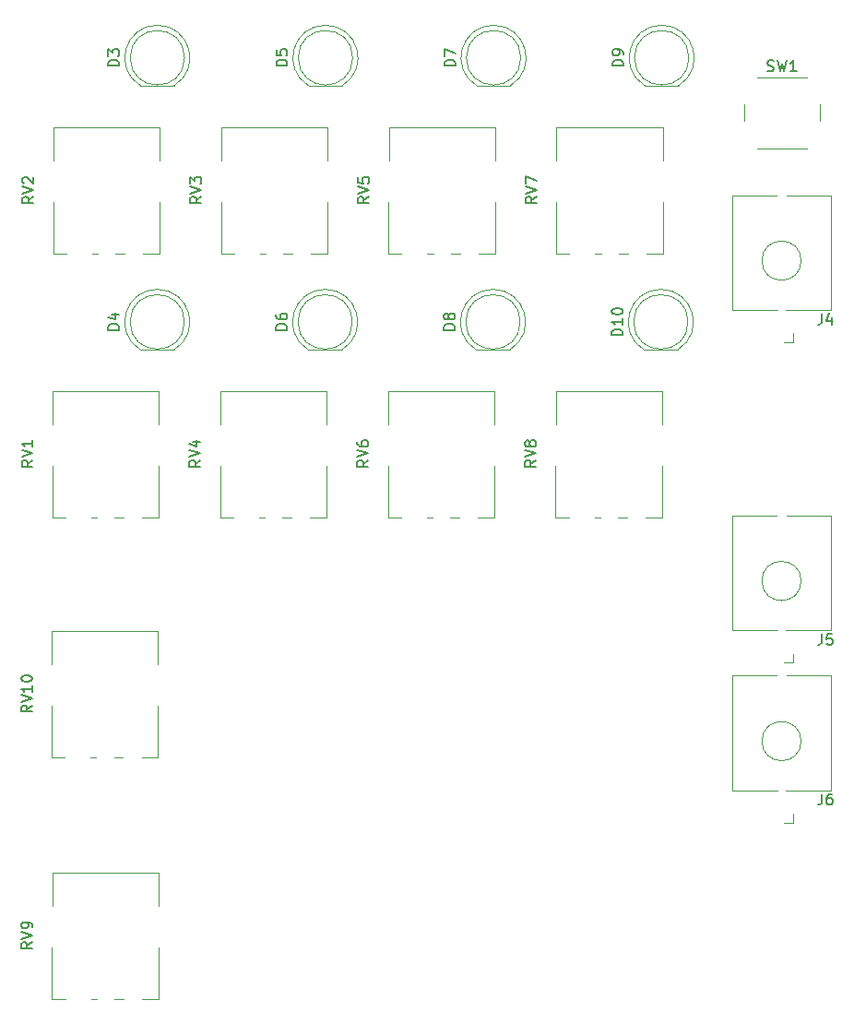
<source format=gbr>
%TF.GenerationSoftware,KiCad,Pcbnew,(5.1.6-0)*%
%TF.CreationDate,2020-12-21T20:53:18-08:00*%
%TF.ProjectId,circuit_board,63697263-7569-4745-9f62-6f6172642e6b,rev?*%
%TF.SameCoordinates,Original*%
%TF.FileFunction,Legend,Top*%
%TF.FilePolarity,Positive*%
%FSLAX46Y46*%
G04 Gerber Fmt 4.6, Leading zero omitted, Abs format (unit mm)*
G04 Created by KiCad (PCBNEW (5.1.6-0)) date 2020-12-21 20:53:18*
%MOMM*%
%LPD*%
G01*
G04 APERTURE LIST*
%ADD10C,0.120000*%
%ADD11C,0.150000*%
G04 APERTURE END LIST*
D10*
%TO.C,D3*%
X133684640Y-38900120D02*
G75*
G03*
X133684640Y-38900120I-2500000J0D01*
G01*
X129639640Y-41460120D02*
X132729640Y-41460120D01*
X131185102Y-35910120D02*
G75*
G03*
X129639810Y-41460120I-462J-2990000D01*
G01*
X131184178Y-35910120D02*
G75*
G02*
X132729470Y-41460120I462J-2990000D01*
G01*
%TO.C,D4*%
X129633760Y-65702800D02*
X132723760Y-65702800D01*
X133678760Y-63142800D02*
G75*
G03*
X133678760Y-63142800I-2500000J0D01*
G01*
X131178298Y-60152800D02*
G75*
G02*
X132723590Y-65702800I462J-2990000D01*
G01*
X131179222Y-60152800D02*
G75*
G03*
X129633930Y-65702800I-462J-2990000D01*
G01*
%TO.C,D5*%
X145072973Y-41460120D02*
X148162973Y-41460120D01*
X149117973Y-38900120D02*
G75*
G03*
X149117973Y-38900120I-2500000J0D01*
G01*
X146617511Y-35910120D02*
G75*
G02*
X148162803Y-41460120I462J-2990000D01*
G01*
X146618435Y-35910120D02*
G75*
G03*
X145073143Y-41460120I-462J-2990000D01*
G01*
%TO.C,D6*%
X149088760Y-63142800D02*
G75*
G03*
X149088760Y-63142800I-2500000J0D01*
G01*
X145043760Y-65702800D02*
X148133760Y-65702800D01*
X146589222Y-60152800D02*
G75*
G03*
X145043930Y-65702800I-462J-2990000D01*
G01*
X146588298Y-60152800D02*
G75*
G02*
X148133590Y-65702800I462J-2990000D01*
G01*
%TO.C,D7*%
X160506306Y-41460120D02*
X163596306Y-41460120D01*
X164551306Y-38900120D02*
G75*
G03*
X164551306Y-38900120I-2500000J0D01*
G01*
X162050844Y-35910120D02*
G75*
G02*
X163596136Y-41460120I462J-2990000D01*
G01*
X162051768Y-35910120D02*
G75*
G03*
X160506476Y-41460120I-462J-2990000D01*
G01*
%TO.C,D8*%
X160453760Y-65702800D02*
X163543760Y-65702800D01*
X164498760Y-63142800D02*
G75*
G03*
X164498760Y-63142800I-2500000J0D01*
G01*
X161998298Y-60152800D02*
G75*
G02*
X163543590Y-65702800I462J-2990000D01*
G01*
X161999222Y-60152800D02*
G75*
G03*
X160453930Y-65702800I-462J-2990000D01*
G01*
%TO.C,D9*%
X179984640Y-38900120D02*
G75*
G03*
X179984640Y-38900120I-2500000J0D01*
G01*
X175939640Y-41460120D02*
X179029640Y-41460120D01*
X177485102Y-35910120D02*
G75*
G03*
X175939810Y-41460120I-462J-2990000D01*
G01*
X177484178Y-35910120D02*
G75*
G02*
X179029470Y-41460120I462J-2990000D01*
G01*
%TO.C,D10*%
X179908760Y-63142800D02*
G75*
G03*
X179908760Y-63142800I-2500000J0D01*
G01*
X175863760Y-65702800D02*
X178953760Y-65702800D01*
X177409222Y-60152800D02*
G75*
G03*
X175863930Y-65702800I-462J-2990000D01*
G01*
X177408298Y-60152800D02*
G75*
G02*
X178953590Y-65702800I462J-2990000D01*
G01*
%TO.C,J4*%
X192988320Y-62022920D02*
X192988320Y-51522920D01*
X183988320Y-62022920D02*
X183988320Y-51522920D01*
X183988320Y-51522920D02*
X187988320Y-51522920D01*
X188988320Y-51522920D02*
X192988320Y-51522920D01*
X183988320Y-62022920D02*
X188138320Y-62022920D01*
X188838320Y-62022920D02*
X192988320Y-62022920D01*
X190288320Y-57522920D02*
G75*
G03*
X190288320Y-57522920I-1800000J0D01*
G01*
X189548320Y-65002920D02*
X189548320Y-64202920D01*
X189548320Y-65002920D02*
X188688320Y-65002920D01*
%TO.C,J5*%
X189548320Y-94399186D02*
X188688320Y-94399186D01*
X189548320Y-94399186D02*
X189548320Y-93599186D01*
X190288320Y-86919186D02*
G75*
G03*
X190288320Y-86919186I-1800000J0D01*
G01*
X188838320Y-91419186D02*
X192988320Y-91419186D01*
X183988320Y-91419186D02*
X188138320Y-91419186D01*
X188988320Y-80919186D02*
X192988320Y-80919186D01*
X183988320Y-80919186D02*
X187988320Y-80919186D01*
X183988320Y-91419186D02*
X183988320Y-80919186D01*
X192988320Y-91419186D02*
X192988320Y-80919186D01*
%TO.C,J6*%
X192988320Y-106117320D02*
X192988320Y-95617320D01*
X183988320Y-106117320D02*
X183988320Y-95617320D01*
X183988320Y-95617320D02*
X187988320Y-95617320D01*
X188988320Y-95617320D02*
X192988320Y-95617320D01*
X183988320Y-106117320D02*
X188138320Y-106117320D01*
X188838320Y-106117320D02*
X192988320Y-106117320D01*
X190288320Y-101617320D02*
G75*
G03*
X190288320Y-101617320I-1800000J0D01*
G01*
X189548320Y-109097320D02*
X189548320Y-108297320D01*
X189548320Y-109097320D02*
X188688320Y-109097320D01*
%TO.C,RV1*%
X128078760Y-81062800D02*
X127248760Y-81062800D01*
X125628760Y-81062800D02*
X125098760Y-81062800D01*
X122728760Y-81062800D02*
X121548760Y-81062800D01*
X131288760Y-81062800D02*
X131288760Y-76342800D01*
X121548760Y-72532800D02*
X121548760Y-69472800D01*
X121538760Y-81062800D02*
X121538760Y-76342800D01*
X131288760Y-72532800D02*
X131288760Y-69472800D01*
X131288760Y-81062800D02*
X129798760Y-81062800D01*
X131288760Y-69472800D02*
X121548760Y-69472800D01*
%TO.C,RV2*%
X128154640Y-56880120D02*
X127324640Y-56880120D01*
X125704640Y-56880120D02*
X125174640Y-56880120D01*
X122804640Y-56880120D02*
X121624640Y-56880120D01*
X131364640Y-56880120D02*
X131364640Y-52160120D01*
X121624640Y-48350120D02*
X121624640Y-45290120D01*
X121614640Y-56880120D02*
X121614640Y-52160120D01*
X131364640Y-48350120D02*
X131364640Y-45290120D01*
X131364640Y-56880120D02*
X129874640Y-56880120D01*
X131364640Y-45290120D02*
X121624640Y-45290120D01*
%TO.C,RV3*%
X146767973Y-45290120D02*
X137027973Y-45290120D01*
X146767973Y-56880120D02*
X145277973Y-56880120D01*
X146767973Y-48350120D02*
X146767973Y-45290120D01*
X137017973Y-56880120D02*
X137017973Y-52160120D01*
X137027973Y-48350120D02*
X137027973Y-45290120D01*
X146767973Y-56880120D02*
X146767973Y-52160120D01*
X138207973Y-56880120D02*
X137027973Y-56880120D01*
X141107973Y-56880120D02*
X140577973Y-56880120D01*
X143557973Y-56880120D02*
X142727973Y-56880120D01*
%TO.C,RV4*%
X146692093Y-69472800D02*
X136952093Y-69472800D01*
X146692093Y-81062800D02*
X145202093Y-81062800D01*
X146692093Y-72532800D02*
X146692093Y-69472800D01*
X136942093Y-81062800D02*
X136942093Y-76342800D01*
X136952093Y-72532800D02*
X136952093Y-69472800D01*
X146692093Y-81062800D02*
X146692093Y-76342800D01*
X138132093Y-81062800D02*
X136952093Y-81062800D01*
X141032093Y-81062800D02*
X140502093Y-81062800D01*
X143482093Y-81062800D02*
X142652093Y-81062800D01*
%TO.C,RV5*%
X158961306Y-56880120D02*
X158131306Y-56880120D01*
X156511306Y-56880120D02*
X155981306Y-56880120D01*
X153611306Y-56880120D02*
X152431306Y-56880120D01*
X162171306Y-56880120D02*
X162171306Y-52160120D01*
X152431306Y-48350120D02*
X152431306Y-45290120D01*
X152421306Y-56880120D02*
X152421306Y-52160120D01*
X162171306Y-48350120D02*
X162171306Y-45290120D01*
X162171306Y-56880120D02*
X160681306Y-56880120D01*
X162171306Y-45290120D02*
X152431306Y-45290120D01*
%TO.C,RV6*%
X158885426Y-81062800D02*
X158055426Y-81062800D01*
X156435426Y-81062800D02*
X155905426Y-81062800D01*
X153535426Y-81062800D02*
X152355426Y-81062800D01*
X162095426Y-81062800D02*
X162095426Y-76342800D01*
X152355426Y-72532800D02*
X152355426Y-69472800D01*
X152345426Y-81062800D02*
X152345426Y-76342800D01*
X162095426Y-72532800D02*
X162095426Y-69472800D01*
X162095426Y-81062800D02*
X160605426Y-81062800D01*
X162095426Y-69472800D02*
X152355426Y-69472800D01*
%TO.C,RV7*%
X177574640Y-45290120D02*
X167834640Y-45290120D01*
X177574640Y-56880120D02*
X176084640Y-56880120D01*
X177574640Y-48350120D02*
X177574640Y-45290120D01*
X167824640Y-56880120D02*
X167824640Y-52160120D01*
X167834640Y-48350120D02*
X167834640Y-45290120D01*
X177574640Y-56880120D02*
X177574640Y-52160120D01*
X169014640Y-56880120D02*
X167834640Y-56880120D01*
X171914640Y-56880120D02*
X171384640Y-56880120D01*
X174364640Y-56880120D02*
X173534640Y-56880120D01*
%TO.C,RV8*%
X174288760Y-81062800D02*
X173458760Y-81062800D01*
X171838760Y-81062800D02*
X171308760Y-81062800D01*
X168938760Y-81062800D02*
X167758760Y-81062800D01*
X177498760Y-81062800D02*
X177498760Y-76342800D01*
X167758760Y-72532800D02*
X167758760Y-69472800D01*
X167748760Y-81062800D02*
X167748760Y-76342800D01*
X177498760Y-72532800D02*
X177498760Y-69472800D01*
X177498760Y-81062800D02*
X176008760Y-81062800D01*
X177498760Y-69472800D02*
X167758760Y-69472800D01*
%TO.C,RV9*%
X131271200Y-113691800D02*
X121531200Y-113691800D01*
X131271200Y-125281800D02*
X129781200Y-125281800D01*
X131271200Y-116751800D02*
X131271200Y-113691800D01*
X121521200Y-125281800D02*
X121521200Y-120561800D01*
X121531200Y-116751800D02*
X121531200Y-113691800D01*
X131271200Y-125281800D02*
X131271200Y-120561800D01*
X122711200Y-125281800D02*
X121531200Y-125281800D01*
X125611200Y-125281800D02*
X125081200Y-125281800D01*
X128061200Y-125281800D02*
X127231200Y-125281800D01*
%TO.C,RV10*%
X131240720Y-91502360D02*
X121500720Y-91502360D01*
X131240720Y-103092360D02*
X129750720Y-103092360D01*
X131240720Y-94562360D02*
X131240720Y-91502360D01*
X121490720Y-103092360D02*
X121490720Y-98372360D01*
X121500720Y-94562360D02*
X121500720Y-91502360D01*
X131240720Y-103092360D02*
X131240720Y-98372360D01*
X122680720Y-103092360D02*
X121500720Y-103092360D01*
X125580720Y-103092360D02*
X125050720Y-103092360D01*
X128030720Y-103092360D02*
X127200720Y-103092360D01*
%TO.C,SW1*%
X192032840Y-44691560D02*
X192032840Y-43191560D01*
X190782840Y-40691560D02*
X186282840Y-40691560D01*
X185032840Y-43191560D02*
X185032840Y-44691560D01*
X186282840Y-47191560D02*
X190782840Y-47191560D01*
%TO.C,D3*%
D11*
X127677020Y-39638215D02*
X126677020Y-39638215D01*
X126677020Y-39400120D01*
X126724640Y-39257262D01*
X126819878Y-39162024D01*
X126915116Y-39114405D01*
X127105592Y-39066786D01*
X127248449Y-39066786D01*
X127438925Y-39114405D01*
X127534163Y-39162024D01*
X127629401Y-39257262D01*
X127677020Y-39400120D01*
X127677020Y-39638215D01*
X126677020Y-38733453D02*
X126677020Y-38114405D01*
X127057973Y-38447739D01*
X127057973Y-38304881D01*
X127105592Y-38209643D01*
X127153211Y-38162024D01*
X127248449Y-38114405D01*
X127486544Y-38114405D01*
X127581782Y-38162024D01*
X127629401Y-38209643D01*
X127677020Y-38304881D01*
X127677020Y-38590596D01*
X127629401Y-38685834D01*
X127581782Y-38733453D01*
%TO.C,D4*%
X127671140Y-63880895D02*
X126671140Y-63880895D01*
X126671140Y-63642800D01*
X126718760Y-63499942D01*
X126813998Y-63404704D01*
X126909236Y-63357085D01*
X127099712Y-63309466D01*
X127242569Y-63309466D01*
X127433045Y-63357085D01*
X127528283Y-63404704D01*
X127623521Y-63499942D01*
X127671140Y-63642800D01*
X127671140Y-63880895D01*
X127004474Y-62452323D02*
X127671140Y-62452323D01*
X126623521Y-62690419D02*
X127337807Y-62928514D01*
X127337807Y-62309466D01*
%TO.C,D5*%
X143110353Y-39638215D02*
X142110353Y-39638215D01*
X142110353Y-39400120D01*
X142157973Y-39257262D01*
X142253211Y-39162024D01*
X142348449Y-39114405D01*
X142538925Y-39066786D01*
X142681782Y-39066786D01*
X142872258Y-39114405D01*
X142967496Y-39162024D01*
X143062734Y-39257262D01*
X143110353Y-39400120D01*
X143110353Y-39638215D01*
X142110353Y-38162024D02*
X142110353Y-38638215D01*
X142586544Y-38685834D01*
X142538925Y-38638215D01*
X142491306Y-38542977D01*
X142491306Y-38304881D01*
X142538925Y-38209643D01*
X142586544Y-38162024D01*
X142681782Y-38114405D01*
X142919877Y-38114405D01*
X143015115Y-38162024D01*
X143062734Y-38209643D01*
X143110353Y-38304881D01*
X143110353Y-38542977D01*
X143062734Y-38638215D01*
X143015115Y-38685834D01*
%TO.C,D6*%
X143081140Y-63880895D02*
X142081140Y-63880895D01*
X142081140Y-63642800D01*
X142128760Y-63499942D01*
X142223998Y-63404704D01*
X142319236Y-63357085D01*
X142509712Y-63309466D01*
X142652569Y-63309466D01*
X142843045Y-63357085D01*
X142938283Y-63404704D01*
X143033521Y-63499942D01*
X143081140Y-63642800D01*
X143081140Y-63880895D01*
X142081140Y-62452323D02*
X142081140Y-62642800D01*
X142128760Y-62738038D01*
X142176379Y-62785657D01*
X142319236Y-62880895D01*
X142509712Y-62928514D01*
X142890664Y-62928514D01*
X142985902Y-62880895D01*
X143033521Y-62833276D01*
X143081140Y-62738038D01*
X143081140Y-62547561D01*
X143033521Y-62452323D01*
X142985902Y-62404704D01*
X142890664Y-62357085D01*
X142652569Y-62357085D01*
X142557331Y-62404704D01*
X142509712Y-62452323D01*
X142462093Y-62547561D01*
X142462093Y-62738038D01*
X142509712Y-62833276D01*
X142557331Y-62880895D01*
X142652569Y-62928514D01*
%TO.C,D7*%
X158543686Y-39638215D02*
X157543686Y-39638215D01*
X157543686Y-39400120D01*
X157591306Y-39257262D01*
X157686544Y-39162024D01*
X157781782Y-39114405D01*
X157972258Y-39066786D01*
X158115115Y-39066786D01*
X158305591Y-39114405D01*
X158400829Y-39162024D01*
X158496067Y-39257262D01*
X158543686Y-39400120D01*
X158543686Y-39638215D01*
X157543686Y-38733453D02*
X157543686Y-38066786D01*
X158543686Y-38495358D01*
%TO.C,D8*%
X158491140Y-63880895D02*
X157491140Y-63880895D01*
X157491140Y-63642800D01*
X157538760Y-63499942D01*
X157633998Y-63404704D01*
X157729236Y-63357085D01*
X157919712Y-63309466D01*
X158062569Y-63309466D01*
X158253045Y-63357085D01*
X158348283Y-63404704D01*
X158443521Y-63499942D01*
X158491140Y-63642800D01*
X158491140Y-63880895D01*
X157919712Y-62738038D02*
X157872093Y-62833276D01*
X157824474Y-62880895D01*
X157729236Y-62928514D01*
X157681617Y-62928514D01*
X157586379Y-62880895D01*
X157538760Y-62833276D01*
X157491140Y-62738038D01*
X157491140Y-62547561D01*
X157538760Y-62452323D01*
X157586379Y-62404704D01*
X157681617Y-62357085D01*
X157729236Y-62357085D01*
X157824474Y-62404704D01*
X157872093Y-62452323D01*
X157919712Y-62547561D01*
X157919712Y-62738038D01*
X157967331Y-62833276D01*
X158014950Y-62880895D01*
X158110188Y-62928514D01*
X158300664Y-62928514D01*
X158395902Y-62880895D01*
X158443521Y-62833276D01*
X158491140Y-62738038D01*
X158491140Y-62547561D01*
X158443521Y-62452323D01*
X158395902Y-62404704D01*
X158300664Y-62357085D01*
X158110188Y-62357085D01*
X158014950Y-62404704D01*
X157967331Y-62452323D01*
X157919712Y-62547561D01*
%TO.C,D9*%
X173977020Y-39638215D02*
X172977020Y-39638215D01*
X172977020Y-39400120D01*
X173024640Y-39257262D01*
X173119878Y-39162024D01*
X173215116Y-39114405D01*
X173405592Y-39066786D01*
X173548449Y-39066786D01*
X173738925Y-39114405D01*
X173834163Y-39162024D01*
X173929401Y-39257262D01*
X173977020Y-39400120D01*
X173977020Y-39638215D01*
X173977020Y-38590596D02*
X173977020Y-38400120D01*
X173929401Y-38304881D01*
X173881782Y-38257262D01*
X173738925Y-38162024D01*
X173548449Y-38114405D01*
X173167497Y-38114405D01*
X173072259Y-38162024D01*
X173024640Y-38209643D01*
X172977020Y-38304881D01*
X172977020Y-38495358D01*
X173024640Y-38590596D01*
X173072259Y-38638215D01*
X173167497Y-38685834D01*
X173405592Y-38685834D01*
X173500830Y-38638215D01*
X173548449Y-38590596D01*
X173596068Y-38495358D01*
X173596068Y-38304881D01*
X173548449Y-38209643D01*
X173500830Y-38162024D01*
X173405592Y-38114405D01*
%TO.C,D10*%
X173901140Y-64357085D02*
X172901140Y-64357085D01*
X172901140Y-64118990D01*
X172948760Y-63976133D01*
X173043998Y-63880895D01*
X173139236Y-63833276D01*
X173329712Y-63785657D01*
X173472569Y-63785657D01*
X173663045Y-63833276D01*
X173758283Y-63880895D01*
X173853521Y-63976133D01*
X173901140Y-64118990D01*
X173901140Y-64357085D01*
X173901140Y-62833276D02*
X173901140Y-63404704D01*
X173901140Y-63118990D02*
X172901140Y-63118990D01*
X173043998Y-63214228D01*
X173139236Y-63309466D01*
X173186855Y-63404704D01*
X172901140Y-62214228D02*
X172901140Y-62118990D01*
X172948760Y-62023752D01*
X172996379Y-61976133D01*
X173091617Y-61928514D01*
X173282093Y-61880895D01*
X173520188Y-61880895D01*
X173710664Y-61928514D01*
X173805902Y-61976133D01*
X173853521Y-62023752D01*
X173901140Y-62118990D01*
X173901140Y-62214228D01*
X173853521Y-62309466D01*
X173805902Y-62357085D01*
X173710664Y-62404704D01*
X173520188Y-62452323D01*
X173282093Y-62452323D01*
X173091617Y-62404704D01*
X172996379Y-62357085D01*
X172948760Y-62309466D01*
X172901140Y-62214228D01*
%TO.C,J4*%
X192184986Y-62375300D02*
X192184986Y-63089586D01*
X192137367Y-63232443D01*
X192042129Y-63327681D01*
X191899272Y-63375300D01*
X191804034Y-63375300D01*
X193089748Y-62708634D02*
X193089748Y-63375300D01*
X192851653Y-62327681D02*
X192613558Y-63041967D01*
X193232605Y-63041967D01*
%TO.C,J5*%
X192184986Y-91771566D02*
X192184986Y-92485852D01*
X192137367Y-92628709D01*
X192042129Y-92723947D01*
X191899272Y-92771566D01*
X191804034Y-92771566D01*
X193137367Y-91771566D02*
X192661177Y-91771566D01*
X192613558Y-92247757D01*
X192661177Y-92200138D01*
X192756415Y-92152519D01*
X192994510Y-92152519D01*
X193089748Y-92200138D01*
X193137367Y-92247757D01*
X193184986Y-92342995D01*
X193184986Y-92581090D01*
X193137367Y-92676328D01*
X193089748Y-92723947D01*
X192994510Y-92771566D01*
X192756415Y-92771566D01*
X192661177Y-92723947D01*
X192613558Y-92676328D01*
%TO.C,J6*%
X192184986Y-106469700D02*
X192184986Y-107183986D01*
X192137367Y-107326843D01*
X192042129Y-107422081D01*
X191899272Y-107469700D01*
X191804034Y-107469700D01*
X193089748Y-106469700D02*
X192899272Y-106469700D01*
X192804034Y-106517320D01*
X192756415Y-106564939D01*
X192661177Y-106707796D01*
X192613558Y-106898272D01*
X192613558Y-107279224D01*
X192661177Y-107374462D01*
X192708796Y-107422081D01*
X192804034Y-107469700D01*
X192994510Y-107469700D01*
X193089748Y-107422081D01*
X193137367Y-107374462D01*
X193184986Y-107279224D01*
X193184986Y-107041129D01*
X193137367Y-106945891D01*
X193089748Y-106898272D01*
X192994510Y-106850653D01*
X192804034Y-106850653D01*
X192708796Y-106898272D01*
X192661177Y-106945891D01*
X192613558Y-107041129D01*
%TO.C,RV1*%
X119731140Y-75828038D02*
X119254950Y-76161371D01*
X119731140Y-76399466D02*
X118731140Y-76399466D01*
X118731140Y-76018514D01*
X118778760Y-75923276D01*
X118826379Y-75875657D01*
X118921617Y-75828038D01*
X119064474Y-75828038D01*
X119159712Y-75875657D01*
X119207331Y-75923276D01*
X119254950Y-76018514D01*
X119254950Y-76399466D01*
X118731140Y-75542323D02*
X119731140Y-75208990D01*
X118731140Y-74875657D01*
X119731140Y-74018514D02*
X119731140Y-74589942D01*
X119731140Y-74304228D02*
X118731140Y-74304228D01*
X118873998Y-74399466D01*
X118969236Y-74494704D01*
X119016855Y-74589942D01*
%TO.C,RV2*%
X119807020Y-51645358D02*
X119330830Y-51978691D01*
X119807020Y-52216786D02*
X118807020Y-52216786D01*
X118807020Y-51835834D01*
X118854640Y-51740596D01*
X118902259Y-51692977D01*
X118997497Y-51645358D01*
X119140354Y-51645358D01*
X119235592Y-51692977D01*
X119283211Y-51740596D01*
X119330830Y-51835834D01*
X119330830Y-52216786D01*
X118807020Y-51359643D02*
X119807020Y-51026310D01*
X118807020Y-50692977D01*
X118902259Y-50407262D02*
X118854640Y-50359643D01*
X118807020Y-50264405D01*
X118807020Y-50026310D01*
X118854640Y-49931072D01*
X118902259Y-49883453D01*
X118997497Y-49835834D01*
X119092735Y-49835834D01*
X119235592Y-49883453D01*
X119807020Y-50454881D01*
X119807020Y-49835834D01*
%TO.C,RV3*%
X135210353Y-51645358D02*
X134734163Y-51978691D01*
X135210353Y-52216786D02*
X134210353Y-52216786D01*
X134210353Y-51835834D01*
X134257973Y-51740596D01*
X134305592Y-51692977D01*
X134400830Y-51645358D01*
X134543687Y-51645358D01*
X134638925Y-51692977D01*
X134686544Y-51740596D01*
X134734163Y-51835834D01*
X134734163Y-52216786D01*
X134210353Y-51359643D02*
X135210353Y-51026310D01*
X134210353Y-50692977D01*
X134210353Y-50454881D02*
X134210353Y-49835834D01*
X134591306Y-50169167D01*
X134591306Y-50026310D01*
X134638925Y-49931072D01*
X134686544Y-49883453D01*
X134781782Y-49835834D01*
X135019877Y-49835834D01*
X135115115Y-49883453D01*
X135162734Y-49931072D01*
X135210353Y-50026310D01*
X135210353Y-50312024D01*
X135162734Y-50407262D01*
X135115115Y-50454881D01*
%TO.C,RV4*%
X135134473Y-75828038D02*
X134658283Y-76161371D01*
X135134473Y-76399466D02*
X134134473Y-76399466D01*
X134134473Y-76018514D01*
X134182093Y-75923276D01*
X134229712Y-75875657D01*
X134324950Y-75828038D01*
X134467807Y-75828038D01*
X134563045Y-75875657D01*
X134610664Y-75923276D01*
X134658283Y-76018514D01*
X134658283Y-76399466D01*
X134134473Y-75542323D02*
X135134473Y-75208990D01*
X134134473Y-74875657D01*
X134467807Y-74113752D02*
X135134473Y-74113752D01*
X134086854Y-74351847D02*
X134801140Y-74589942D01*
X134801140Y-73970895D01*
%TO.C,RV5*%
X150613686Y-51645358D02*
X150137496Y-51978691D01*
X150613686Y-52216786D02*
X149613686Y-52216786D01*
X149613686Y-51835834D01*
X149661306Y-51740596D01*
X149708925Y-51692977D01*
X149804163Y-51645358D01*
X149947020Y-51645358D01*
X150042258Y-51692977D01*
X150089877Y-51740596D01*
X150137496Y-51835834D01*
X150137496Y-52216786D01*
X149613686Y-51359643D02*
X150613686Y-51026310D01*
X149613686Y-50692977D01*
X149613686Y-49883453D02*
X149613686Y-50359643D01*
X150089877Y-50407262D01*
X150042258Y-50359643D01*
X149994639Y-50264405D01*
X149994639Y-50026310D01*
X150042258Y-49931072D01*
X150089877Y-49883453D01*
X150185115Y-49835834D01*
X150423210Y-49835834D01*
X150518448Y-49883453D01*
X150566067Y-49931072D01*
X150613686Y-50026310D01*
X150613686Y-50264405D01*
X150566067Y-50359643D01*
X150518448Y-50407262D01*
%TO.C,RV6*%
X150537806Y-75828038D02*
X150061616Y-76161371D01*
X150537806Y-76399466D02*
X149537806Y-76399466D01*
X149537806Y-76018514D01*
X149585426Y-75923276D01*
X149633045Y-75875657D01*
X149728283Y-75828038D01*
X149871140Y-75828038D01*
X149966378Y-75875657D01*
X150013997Y-75923276D01*
X150061616Y-76018514D01*
X150061616Y-76399466D01*
X149537806Y-75542323D02*
X150537806Y-75208990D01*
X149537806Y-74875657D01*
X149537806Y-74113752D02*
X149537806Y-74304228D01*
X149585426Y-74399466D01*
X149633045Y-74447085D01*
X149775902Y-74542323D01*
X149966378Y-74589942D01*
X150347330Y-74589942D01*
X150442568Y-74542323D01*
X150490187Y-74494704D01*
X150537806Y-74399466D01*
X150537806Y-74208990D01*
X150490187Y-74113752D01*
X150442568Y-74066133D01*
X150347330Y-74018514D01*
X150109235Y-74018514D01*
X150013997Y-74066133D01*
X149966378Y-74113752D01*
X149918759Y-74208990D01*
X149918759Y-74399466D01*
X149966378Y-74494704D01*
X150013997Y-74542323D01*
X150109235Y-74589942D01*
%TO.C,RV7*%
X166017020Y-51645358D02*
X165540830Y-51978691D01*
X166017020Y-52216786D02*
X165017020Y-52216786D01*
X165017020Y-51835834D01*
X165064640Y-51740596D01*
X165112259Y-51692977D01*
X165207497Y-51645358D01*
X165350354Y-51645358D01*
X165445592Y-51692977D01*
X165493211Y-51740596D01*
X165540830Y-51835834D01*
X165540830Y-52216786D01*
X165017020Y-51359643D02*
X166017020Y-51026310D01*
X165017020Y-50692977D01*
X165017020Y-50454881D02*
X165017020Y-49788215D01*
X166017020Y-50216786D01*
%TO.C,RV8*%
X165941140Y-75828038D02*
X165464950Y-76161371D01*
X165941140Y-76399466D02*
X164941140Y-76399466D01*
X164941140Y-76018514D01*
X164988760Y-75923276D01*
X165036379Y-75875657D01*
X165131617Y-75828038D01*
X165274474Y-75828038D01*
X165369712Y-75875657D01*
X165417331Y-75923276D01*
X165464950Y-76018514D01*
X165464950Y-76399466D01*
X164941140Y-75542323D02*
X165941140Y-75208990D01*
X164941140Y-74875657D01*
X165369712Y-74399466D02*
X165322093Y-74494704D01*
X165274474Y-74542323D01*
X165179236Y-74589942D01*
X165131617Y-74589942D01*
X165036379Y-74542323D01*
X164988760Y-74494704D01*
X164941140Y-74399466D01*
X164941140Y-74208990D01*
X164988760Y-74113752D01*
X165036379Y-74066133D01*
X165131617Y-74018514D01*
X165179236Y-74018514D01*
X165274474Y-74066133D01*
X165322093Y-74113752D01*
X165369712Y-74208990D01*
X165369712Y-74399466D01*
X165417331Y-74494704D01*
X165464950Y-74542323D01*
X165560188Y-74589942D01*
X165750664Y-74589942D01*
X165845902Y-74542323D01*
X165893521Y-74494704D01*
X165941140Y-74399466D01*
X165941140Y-74208990D01*
X165893521Y-74113752D01*
X165845902Y-74066133D01*
X165750664Y-74018514D01*
X165560188Y-74018514D01*
X165464950Y-74066133D01*
X165417331Y-74113752D01*
X165369712Y-74208990D01*
%TO.C,RV9*%
X119713580Y-120047038D02*
X119237390Y-120380371D01*
X119713580Y-120618466D02*
X118713580Y-120618466D01*
X118713580Y-120237514D01*
X118761200Y-120142276D01*
X118808819Y-120094657D01*
X118904057Y-120047038D01*
X119046914Y-120047038D01*
X119142152Y-120094657D01*
X119189771Y-120142276D01*
X119237390Y-120237514D01*
X119237390Y-120618466D01*
X118713580Y-119761323D02*
X119713580Y-119427990D01*
X118713580Y-119094657D01*
X119713580Y-118713704D02*
X119713580Y-118523228D01*
X119665961Y-118427990D01*
X119618342Y-118380371D01*
X119475485Y-118285133D01*
X119285009Y-118237514D01*
X118904057Y-118237514D01*
X118808819Y-118285133D01*
X118761200Y-118332752D01*
X118713580Y-118427990D01*
X118713580Y-118618466D01*
X118761200Y-118713704D01*
X118808819Y-118761323D01*
X118904057Y-118808942D01*
X119142152Y-118808942D01*
X119237390Y-118761323D01*
X119285009Y-118713704D01*
X119332628Y-118618466D01*
X119332628Y-118427990D01*
X119285009Y-118332752D01*
X119237390Y-118285133D01*
X119142152Y-118237514D01*
%TO.C,RV10*%
X119683100Y-98333788D02*
X119206910Y-98667121D01*
X119683100Y-98905217D02*
X118683100Y-98905217D01*
X118683100Y-98524264D01*
X118730720Y-98429026D01*
X118778339Y-98381407D01*
X118873577Y-98333788D01*
X119016434Y-98333788D01*
X119111672Y-98381407D01*
X119159291Y-98429026D01*
X119206910Y-98524264D01*
X119206910Y-98905217D01*
X118683100Y-98048074D02*
X119683100Y-97714740D01*
X118683100Y-97381407D01*
X119683100Y-96524264D02*
X119683100Y-97095693D01*
X119683100Y-96809979D02*
X118683100Y-96809979D01*
X118825958Y-96905217D01*
X118921196Y-97000455D01*
X118968815Y-97095693D01*
X118683100Y-95905217D02*
X118683100Y-95809979D01*
X118730720Y-95714740D01*
X118778339Y-95667121D01*
X118873577Y-95619502D01*
X119064053Y-95571883D01*
X119302148Y-95571883D01*
X119492624Y-95619502D01*
X119587862Y-95667121D01*
X119635481Y-95714740D01*
X119683100Y-95809979D01*
X119683100Y-95905217D01*
X119635481Y-96000455D01*
X119587862Y-96048074D01*
X119492624Y-96095693D01*
X119302148Y-96143312D01*
X119064053Y-96143312D01*
X118873577Y-96095693D01*
X118778339Y-96048074D01*
X118730720Y-96000455D01*
X118683100Y-95905217D01*
%TO.C,SW1*%
X187199506Y-40096321D02*
X187342363Y-40143940D01*
X187580459Y-40143940D01*
X187675697Y-40096321D01*
X187723316Y-40048702D01*
X187770935Y-39953464D01*
X187770935Y-39858226D01*
X187723316Y-39762988D01*
X187675697Y-39715369D01*
X187580459Y-39667750D01*
X187389982Y-39620131D01*
X187294744Y-39572512D01*
X187247125Y-39524893D01*
X187199506Y-39429655D01*
X187199506Y-39334417D01*
X187247125Y-39239179D01*
X187294744Y-39191560D01*
X187389982Y-39143940D01*
X187628078Y-39143940D01*
X187770935Y-39191560D01*
X188104268Y-39143940D02*
X188342363Y-40143940D01*
X188532840Y-39429655D01*
X188723316Y-40143940D01*
X188961411Y-39143940D01*
X189866173Y-40143940D02*
X189294744Y-40143940D01*
X189580459Y-40143940D02*
X189580459Y-39143940D01*
X189485220Y-39286798D01*
X189389982Y-39382036D01*
X189294744Y-39429655D01*
%TD*%
M02*

</source>
